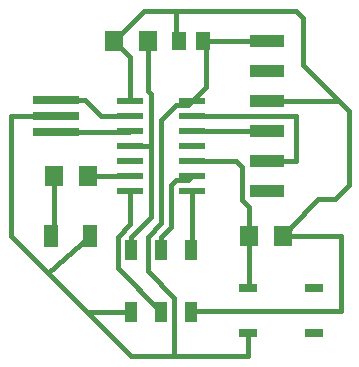
<source format=gbr>
G04 EAGLE Gerber RS-274X export*
G75*
%MOMM*%
%FSLAX34Y34*%
%LPD*%
%INTop Copper*%
%IPPOS*%
%AMOC8*
5,1,8,0,0,1.08239X$1,22.5*%
G01*
%ADD10R,1.300000X1.600000*%
%ADD11R,2.209800X0.609600*%
%ADD12R,1.000000X1.800000*%
%ADD13R,3.000000X1.000000*%
%ADD14R,1.600000X1.803000*%
%ADD15R,1.524000X0.762000*%
%ADD16R,1.270000X1.905000*%
%ADD17R,3.900000X0.800000*%
%ADD18C,0.400000*%


D10*
X231300Y317500D03*
X251300Y317500D03*
D11*
X189865Y266700D03*
X241935Y266700D03*
X189865Y254000D03*
X189865Y241300D03*
X241935Y254000D03*
X241935Y241300D03*
X189865Y228600D03*
X241935Y228600D03*
X189865Y215900D03*
X189865Y203200D03*
X241935Y215900D03*
X241935Y203200D03*
X189865Y190500D03*
X241935Y190500D03*
D12*
X241300Y140300D03*
X241300Y88300D03*
X215900Y88300D03*
X215900Y140300D03*
X190500Y88300D03*
X190500Y140300D03*
D13*
X305600Y266700D03*
X305600Y292100D03*
X305600Y317500D03*
X305600Y241300D03*
X305600Y215900D03*
X305600Y190500D03*
D14*
X176280Y317500D03*
X204720Y317500D03*
X153920Y203200D03*
X125480Y203200D03*
X319020Y152400D03*
X290580Y152400D03*
D15*
X289560Y107950D03*
X345440Y107950D03*
X289560Y69850D03*
X345440Y69850D03*
D16*
X123190Y152400D03*
X156210Y152400D03*
D17*
X127000Y267500D03*
X127000Y254000D03*
X127000Y240500D03*
D18*
X289560Y69850D02*
X289560Y50800D01*
X88900Y152400D02*
X88900Y254000D01*
X127000Y254000D01*
X251300Y317500D02*
X254000Y317500D01*
X305600Y317500D01*
X241935Y266700D02*
X238483Y263248D01*
X228318Y263248D01*
X215900Y250830D01*
X215900Y163068D02*
X204700Y151868D01*
X204700Y122268D01*
X227100Y99868D01*
X215900Y163068D02*
X215900Y250830D01*
X88900Y152400D02*
X120650Y120650D01*
X152400Y88900D01*
X153000Y88300D02*
X190500Y50800D01*
X228600Y50800D01*
X289560Y50800D01*
X156210Y152400D02*
X120650Y120650D01*
X227100Y99868D02*
X227100Y52300D01*
X228600Y50800D01*
X241935Y266700D02*
X254000Y278765D01*
X254000Y317500D01*
X190500Y88300D02*
X153000Y88300D01*
X152400Y88900D01*
X319020Y152400D02*
X342900Y177800D01*
X368300Y152400D02*
X368300Y88900D01*
X241900Y88900D01*
X363536Y184040D02*
X374760Y195264D01*
X349140Y184040D02*
X342900Y177800D01*
X349140Y184040D02*
X363536Y184040D01*
X336440Y336660D02*
X330200Y342900D01*
X336440Y336660D02*
X336440Y296864D01*
X374760Y258544D02*
X374760Y195264D01*
X374760Y258544D02*
X366604Y266700D01*
X336440Y296864D01*
X231300Y317500D02*
X228600Y320200D01*
X228600Y342900D01*
X330200Y342900D01*
X201680Y342900D02*
X176280Y317500D01*
X201680Y342900D02*
X228600Y342900D01*
X305600Y266700D02*
X366604Y266700D01*
X189865Y303915D02*
X176280Y317500D01*
X189865Y303915D02*
X189865Y266700D01*
X319020Y152400D02*
X368300Y152400D01*
X241900Y88900D02*
X241300Y88300D01*
X125480Y157929D02*
X125480Y203200D01*
X125480Y157929D02*
X125478Y157743D01*
X125471Y157557D01*
X125460Y157371D01*
X125445Y157186D01*
X125425Y157001D01*
X125400Y156816D01*
X125372Y156632D01*
X125339Y156449D01*
X125301Y156267D01*
X125260Y156086D01*
X125214Y155905D01*
X125163Y155726D01*
X125109Y155548D01*
X125050Y155372D01*
X124987Y155197D01*
X124920Y155023D01*
X124849Y154851D01*
X124773Y154681D01*
X124694Y154513D01*
X124611Y154346D01*
X124524Y154182D01*
X124432Y154020D01*
X124338Y153859D01*
X124239Y153702D01*
X124136Y153546D01*
X124030Y153394D01*
X123920Y153243D01*
X123807Y153096D01*
X123690Y152951D01*
X123570Y152809D01*
X123447Y152669D01*
X123320Y152533D01*
X123190Y152400D01*
X165100Y254000D02*
X151600Y267500D01*
X165100Y254000D02*
X189865Y254000D01*
X151600Y267500D02*
X127000Y267500D01*
X127000Y240500D02*
X187934Y240500D01*
X188036Y240502D01*
X188138Y240508D01*
X188240Y240517D01*
X188341Y240531D01*
X188442Y240548D01*
X188542Y240568D01*
X188641Y240593D01*
X188739Y240621D01*
X188836Y240653D01*
X188932Y240689D01*
X189026Y240728D01*
X189119Y240770D01*
X189210Y240816D01*
X189299Y240866D01*
X189387Y240919D01*
X189472Y240975D01*
X189556Y241034D01*
X189637Y241096D01*
X189715Y241161D01*
X189792Y241229D01*
X189865Y241300D01*
X204720Y274710D02*
X204720Y317500D01*
X204720Y274710D02*
X207114Y272316D01*
X207114Y168086D02*
X190500Y151472D01*
X207114Y228600D02*
X207114Y272316D01*
X207114Y228600D02*
X207114Y168086D01*
X190500Y151472D02*
X190500Y140300D01*
X189865Y228600D02*
X207114Y228600D01*
X189865Y203200D02*
X153920Y203200D01*
X189865Y190500D02*
X189865Y162433D01*
X179300Y151868D01*
X179300Y124900D01*
X215900Y88300D01*
X241935Y140935D02*
X241935Y190500D01*
X241935Y140935D02*
X241300Y140300D01*
X238483Y199748D02*
X241935Y203200D01*
X238483Y199748D02*
X228318Y199748D01*
X215900Y151472D02*
X215900Y140300D01*
X215900Y151472D02*
X224100Y159672D01*
X224100Y195530D02*
X228318Y199748D01*
X224100Y195530D02*
X224100Y159672D01*
X241935Y215900D02*
X279400Y215900D01*
X284400Y210900D01*
X284400Y182932D01*
X290580Y176752D01*
X290580Y152400D01*
X290580Y108970D01*
X289560Y107950D01*
X305600Y241300D02*
X241935Y241300D01*
X241935Y254000D02*
X330200Y254000D01*
X330200Y215900D01*
X305600Y215900D01*
M02*

</source>
